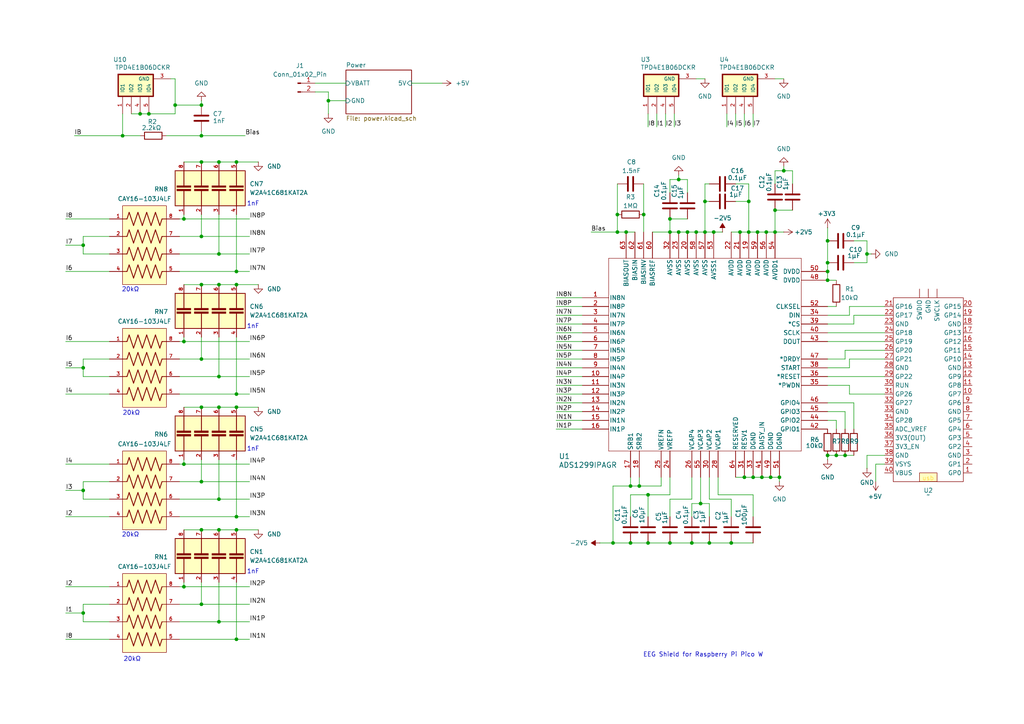
<source format=kicad_sch>
(kicad_sch (version 20231120) (generator "eeschema") (generator_version "8.0")
  (paper "A4")
  (junction (at 53.34 99.06))
  (junction (at 223.52 138.43))
  (junction (at 214.63 67.31))
  (junction (at 182.88 157.48))
  (junction (at 68.58 114.3))
  (junction (at 43.18 33.02))
  (junction (at 53.34 170.18))
  (junction (at 227.33 49.53))
  (junction (at 218.44 138.43))
  (junction (at 205.74 157.48))
  (junction (at 24.13 142.24))
  (junction (at 224.79 67.31))
  (junction (at 199.39 67.31))
  (junction (at 194.31 63.5))
  (junction (at 58.42 82.55))
  (junction (at 24.13 71.12))
  (junction (at 204.47 58.42))
  (junction (at 58.42 68.58))
  (junction (at 251.46 73.66))
  (junction (at 242.57 132.08))
  (junction (at 68.58 118.11))
  (junction (at 204.47 67.31))
  (junction (at 215.9 138.43))
  (junction (at 58.42 46.99))
  (junction (at 181.61 67.31))
  (junction (at 68.58 82.55))
  (junction (at 203.2 146.05))
  (junction (at 40.64 33.02))
  (junction (at 240.03 81.28))
  (junction (at 58.42 118.11))
  (junction (at 187.96 143.51))
  (junction (at 212.09 157.48))
  (junction (at 68.58 185.42))
  (junction (at 196.85 52.07))
  (junction (at 186.69 62.23))
  (junction (at 35.56 39.37))
  (junction (at 58.42 175.26))
  (junction (at 53.34 134.62))
  (junction (at 194.31 67.31))
  (junction (at 63.5 73.66))
  (junction (at 63.5 82.55))
  (junction (at 226.06 138.43))
  (junction (at 24.13 177.8))
  (junction (at 217.17 67.31))
  (junction (at 53.34 63.5))
  (junction (at 185.42 140.97))
  (junction (at 222.25 67.31))
  (junction (at 58.42 39.37))
  (junction (at 63.5 46.99))
  (junction (at 58.42 153.67))
  (junction (at 245.11 132.08))
  (junction (at 24.13 106.68))
  (junction (at 58.42 104.14))
  (junction (at 177.8 157.48))
  (junction (at 58.42 139.7))
  (junction (at 240.03 76.2))
  (junction (at 68.58 153.67))
  (junction (at 240.03 132.08))
  (junction (at 187.96 157.48))
  (junction (at 63.5 118.11))
  (junction (at 95.25 29.21))
  (junction (at 224.79 60.96))
  (junction (at 68.58 78.74))
  (junction (at 68.58 46.99))
  (junction (at 201.93 67.31))
  (junction (at 63.5 144.78))
  (junction (at 219.71 67.31))
  (junction (at 200.66 157.48))
  (junction (at 194.31 157.48))
  (junction (at 217.17 58.42))
  (junction (at 50.8 30.48))
  (junction (at 58.42 30.48))
  (junction (at 240.03 78.74))
  (junction (at 63.5 180.34))
  (junction (at 220.98 138.43))
  (junction (at 179.07 62.23))
  (junction (at 207.01 67.31))
  (junction (at 68.58 149.86))
  (junction (at 196.85 67.31))
  (junction (at 240.03 69.85))
  (junction (at 63.5 109.22))
  (junction (at 182.88 140.97))
  (junction (at 63.5 153.67))
  (junction (at 179.07 67.31))
  (wire (pts (xy 58.42 153.67) (xy 63.5 153.67)))
  (wire (pts (xy 53.34 63.5) (xy 72.39 63.5)))
  (wire (pts (xy 177.8 140.97) (xy 177.8 157.48)))
  (wire (pts (xy 213.36 138.43) (xy 215.9 138.43)))
  (wire (pts (xy 173.99 157.48) (xy 177.8 157.48)))
  (wire (pts (xy 161.29 111.76) (xy 168.91 111.76)))
  (wire (pts (xy 200.66 146.05) (xy 203.2 146.05)))
  (wire (pts (xy 63.5 153.67) (xy 68.58 153.67)))
  (wire (pts (xy 220.98 138.43) (xy 223.52 138.43)))
  (wire (pts (xy 186.69 53.34) (xy 186.69 62.23)))
  (wire (pts (xy 179.07 67.31) (xy 181.61 67.31)))
  (wire (pts (xy 68.58 153.67) (xy 74.93 153.67)))
  (wire (pts (xy 240.03 104.14) (xy 245.11 104.14)))
  (wire (pts (xy 194.31 144.78) (xy 194.31 149.86)))
  (wire (pts (xy 19.05 142.24) (xy 24.13 142.24)))
  (wire (pts (xy 251.46 73.66) (xy 251.46 69.85)))
  (wire (pts (xy 58.42 29.21) (xy 58.42 30.48)))
  (wire (pts (xy 240.03 121.92) (xy 242.57 121.92)))
  (wire (pts (xy 24.13 139.7) (xy 24.13 142.24)))
  (wire (pts (xy 245.11 101.6) (xy 256.54 101.6)))
  (wire (pts (xy 246.38 88.9) (xy 256.54 88.9)))
  (wire (pts (xy 52.07 180.34) (xy 63.5 180.34)))
  (wire (pts (xy 24.13 175.26) (xy 24.13 177.8)))
  (wire (pts (xy 24.13 177.8) (xy 24.13 180.34)))
  (wire (pts (xy 187.96 33.02) (xy 187.96 36.83)))
  (wire (pts (xy 58.42 139.7) (xy 72.39 139.7)))
  (wire (pts (xy 19.05 106.68) (xy 24.13 106.68)))
  (wire (pts (xy 19.05 149.86) (xy 31.75 149.86)))
  (wire (pts (xy 24.13 71.12) (xy 24.13 73.66)))
  (wire (pts (xy 217.17 58.42) (xy 217.17 67.31)))
  (wire (pts (xy 53.34 134.62) (xy 53.34 133.35)))
  (wire (pts (xy 40.64 33.02) (xy 43.18 33.02)))
  (wire (pts (xy 35.56 33.02) (xy 35.56 39.37)))
  (wire (pts (xy 246.38 114.3) (xy 256.54 114.3)))
  (wire (pts (xy 189.23 67.31) (xy 194.31 67.31)))
  (wire (pts (xy 215.9 138.43) (xy 218.44 138.43)))
  (wire (pts (xy 161.29 106.68) (xy 168.91 106.68)))
  (wire (pts (xy 52.07 114.3) (xy 68.58 114.3)))
  (wire (pts (xy 24.13 104.14) (xy 31.75 104.14)))
  (wire (pts (xy 246.38 91.44) (xy 246.38 88.9)))
  (wire (pts (xy 246.38 104.14) (xy 256.54 104.14)))
  (wire (pts (xy 58.42 139.7) (xy 58.42 133.35)))
  (wire (pts (xy 24.13 68.58) (xy 24.13 71.12)))
  (wire (pts (xy 222.25 67.31) (xy 224.79 67.31)))
  (wire (pts (xy 50.8 33.02) (xy 50.8 30.48)))
  (wire (pts (xy 218.44 138.43) (xy 220.98 138.43)))
  (wire (pts (xy 21.59 39.37) (xy 35.56 39.37)))
  (wire (pts (xy 251.46 76.2) (xy 251.46 73.66)))
  (wire (pts (xy 58.42 175.26) (xy 72.39 175.26)))
  (wire (pts (xy 240.03 132.08) (xy 240.03 133.35)))
  (wire (pts (xy 240.03 76.2) (xy 240.03 78.74)))
  (wire (pts (xy 58.42 118.11) (xy 63.5 118.11)))
  (wire (pts (xy 227.33 67.31) (xy 224.79 67.31)))
  (wire (pts (xy 161.29 99.06) (xy 168.91 99.06)))
  (wire (pts (xy 204.47 67.31) (xy 207.01 67.31)))
  (wire (pts (xy 193.04 33.02) (xy 193.04 36.83)))
  (wire (pts (xy 209.55 67.31) (xy 207.01 67.31)))
  (wire (pts (xy 24.13 109.22) (xy 31.75 109.22)))
  (wire (pts (xy 213.36 53.34) (xy 217.17 53.34)))
  (wire (pts (xy 224.79 49.53) (xy 227.33 49.53)))
  (wire (pts (xy 177.8 140.97) (xy 182.88 140.97)))
  (wire (pts (xy 240.03 66.04) (xy 240.03 69.85)))
  (wire (pts (xy 161.29 119.38) (xy 168.91 119.38)))
  (wire (pts (xy 58.42 39.37) (xy 58.42 38.1)))
  (wire (pts (xy 201.93 67.31) (xy 204.47 67.31)))
  (wire (pts (xy 204.47 58.42) (xy 205.74 58.42)))
  (wire (pts (xy 224.79 53.34) (xy 224.79 49.53)))
  (wire (pts (xy 245.11 132.08) (xy 247.65 132.08)))
  (wire (pts (xy 63.5 109.22) (xy 63.5 97.79)))
  (wire (pts (xy 254 134.62) (xy 256.54 134.62)))
  (wire (pts (xy 182.88 157.48) (xy 187.96 157.48)))
  (wire (pts (xy 161.29 96.52) (xy 168.91 96.52)))
  (wire (pts (xy 53.34 134.62) (xy 72.39 134.62)))
  (wire (pts (xy 161.29 88.9) (xy 168.91 88.9)))
  (wire (pts (xy 50.8 22.86) (xy 50.8 30.48)))
  (wire (pts (xy 68.58 185.42) (xy 72.39 185.42)))
  (wire (pts (xy 242.57 81.28) (xy 240.03 81.28)))
  (wire (pts (xy 212.09 67.31) (xy 214.63 67.31)))
  (wire (pts (xy 52.07 73.66) (xy 63.5 73.66)))
  (wire (pts (xy 58.42 104.14) (xy 58.42 97.79)))
  (wire (pts (xy 53.34 170.18) (xy 53.34 168.91)))
  (wire (pts (xy 177.8 157.48) (xy 182.88 157.48)))
  (wire (pts (xy 203.2 138.43) (xy 203.2 146.05)))
  (wire (pts (xy 194.31 55.88) (xy 194.31 52.07)))
  (wire (pts (xy 161.29 93.98) (xy 168.91 93.98)))
  (wire (pts (xy 24.13 68.58) (xy 31.75 68.58)))
  (wire (pts (xy 43.18 33.02) (xy 50.8 33.02)))
  (wire (pts (xy 191.77 138.43) (xy 191.77 140.97)))
  (wire (pts (xy 181.61 67.31) (xy 184.15 67.31)))
  (wire (pts (xy 161.29 124.46) (xy 168.91 124.46)))
  (wire (pts (xy 52.07 175.26) (xy 58.42 175.26)))
  (wire (pts (xy 240.03 106.68) (xy 246.38 106.68)))
  (wire (pts (xy 68.58 185.42) (xy 68.58 168.91)))
  (wire (pts (xy 208.28 143.51) (xy 218.44 143.51)))
  (wire (pts (xy 161.29 86.36) (xy 168.91 86.36)))
  (wire (pts (xy 187.96 143.51) (xy 187.96 149.86)))
  (wire (pts (xy 52.07 144.78) (xy 63.5 144.78)))
  (wire (pts (xy 68.58 118.11) (xy 74.93 118.11)))
  (wire (pts (xy 251.46 73.66) (xy 252.73 73.66)))
  (wire (pts (xy 200.66 144.78) (xy 194.31 144.78)))
  (wire (pts (xy 240.03 91.44) (xy 246.38 91.44)))
  (wire (pts (xy 246.38 111.76) (xy 246.38 114.3)))
  (wire (pts (xy 63.5 144.78) (xy 63.5 133.35)))
  (wire (pts (xy 200.66 138.43) (xy 200.66 144.78)))
  (wire (pts (xy 217.17 58.42) (xy 213.36 58.42)))
  (wire (pts (xy 212.09 144.78) (xy 212.09 149.86)))
  (wire (pts (xy 35.56 39.37) (xy 40.64 39.37)))
  (wire (pts (xy 24.13 144.78) (xy 31.75 144.78)))
  (wire (pts (xy 58.42 175.26) (xy 58.42 168.91)))
  (wire (pts (xy 119.38 24.13) (xy 128.27 24.13)))
  (wire (pts (xy 58.42 82.55) (xy 63.5 82.55)))
  (wire (pts (xy 95.25 29.21) (xy 100.33 29.21)))
  (wire (pts (xy 251.46 69.85) (xy 247.65 69.85)))
  (wire (pts (xy 52.07 68.58) (xy 58.42 68.58)))
  (wire (pts (xy 63.5 180.34) (xy 63.5 168.91)))
  (wire (pts (xy 186.69 62.23) (xy 186.69 67.31)))
  (wire (pts (xy 161.29 109.22) (xy 168.91 109.22)))
  (wire (pts (xy 187.96 157.48) (xy 194.31 157.48)))
  (wire (pts (xy 53.34 99.06) (xy 72.39 99.06)))
  (wire (pts (xy 194.31 63.5) (xy 194.31 67.31)))
  (wire (pts (xy 19.05 63.5) (xy 31.75 63.5)))
  (wire (pts (xy 48.26 39.37) (xy 58.42 39.37)))
  (wire (pts (xy 242.57 121.92) (xy 242.57 124.46)))
  (wire (pts (xy 247.65 93.98) (xy 247.65 91.44)))
  (wire (pts (xy 190.5 33.02) (xy 190.5 36.83)))
  (wire (pts (xy 68.58 149.86) (xy 68.58 133.35)))
  (wire (pts (xy 240.03 78.74) (xy 240.03 81.28)))
  (wire (pts (xy 68.58 46.99) (xy 74.93 46.99)))
  (wire (pts (xy 182.88 140.97) (xy 185.42 140.97)))
  (wire (pts (xy 38.1 33.02) (xy 40.64 33.02)))
  (wire (pts (xy 203.2 146.05) (xy 205.74 146.05)))
  (wire (pts (xy 240.03 119.38) (xy 245.11 119.38)))
  (wire (pts (xy 63.5 46.99) (xy 68.58 46.99)))
  (wire (pts (xy 52.07 99.06) (xy 53.34 99.06)))
  (wire (pts (xy 223.52 138.43) (xy 226.06 138.43)))
  (wire (pts (xy 24.13 73.66) (xy 31.75 73.66)))
  (wire (pts (xy 58.42 104.14) (xy 72.39 104.14)))
  (wire (pts (xy 245.11 119.38) (xy 245.11 124.46)))
  (wire (pts (xy 247.65 116.84) (xy 247.65 124.46)))
  (wire (pts (xy 52.07 104.14) (xy 58.42 104.14)))
  (wire (pts (xy 256.54 132.08) (xy 251.46 132.08)))
  (wire (pts (xy 171.45 67.31) (xy 179.07 67.31)))
  (wire (pts (xy 204.47 53.34) (xy 204.47 58.42)))
  (wire (pts (xy 194.31 63.5) (xy 199.39 63.5)))
  (wire (pts (xy 53.34 170.18) (xy 72.39 170.18)))
  (wire (pts (xy 182.88 138.43) (xy 182.88 140.97)))
  (wire (pts (xy 229.87 49.53) (xy 229.87 53.34)))
  (wire (pts (xy 52.07 149.86) (xy 68.58 149.86)))
  (wire (pts (xy 199.39 52.07) (xy 199.39 55.88)))
  (wire (pts (xy 53.34 153.67) (xy 58.42 153.67)))
  (wire (pts (xy 205.74 138.43) (xy 205.74 144.78)))
  (wire (pts (xy 240.03 111.76) (xy 246.38 111.76)))
  (wire (pts (xy 68.58 149.86) (xy 72.39 149.86)))
  (wire (pts (xy 185.42 140.97) (xy 191.77 140.97)))
  (wire (pts (xy 63.5 82.55) (xy 68.58 82.55)))
  (wire (pts (xy 201.93 22.86) (xy 204.47 22.86)))
  (wire (pts (xy 52.07 78.74) (xy 68.58 78.74)))
  (wire (pts (xy 212.09 157.48) (xy 218.44 157.48)))
  (wire (pts (xy 95.25 29.21) (xy 95.25 26.67)))
  (wire (pts (xy 240.03 132.08) (xy 242.57 132.08)))
  (wire (pts (xy 205.74 144.78) (xy 212.09 144.78)))
  (wire (pts (xy 213.36 33.02) (xy 213.36 36.83)))
  (wire (pts (xy 19.05 78.74) (xy 31.75 78.74)))
  (wire (pts (xy 204.47 53.34) (xy 205.74 53.34)))
  (wire (pts (xy 52.07 139.7) (xy 58.42 139.7)))
  (wire (pts (xy 68.58 114.3) (xy 72.39 114.3)))
  (wire (pts (xy 68.58 78.74) (xy 68.58 62.23)))
  (wire (pts (xy 194.31 143.51) (xy 187.96 143.51)))
  (wire (pts (xy 68.58 78.74) (xy 72.39 78.74)))
  (wire (pts (xy 71.12 39.37) (xy 58.42 39.37)))
  (wire (pts (xy 208.28 138.43) (xy 208.28 143.51)))
  (wire (pts (xy 240.03 69.85) (xy 240.03 76.2)))
  (wire (pts (xy 24.13 180.34) (xy 31.75 180.34)))
  (wire (pts (xy 24.13 175.26) (xy 31.75 175.26)))
  (wire (pts (xy 95.25 33.02) (xy 95.25 29.21)))
  (wire (pts (xy 19.05 177.8) (xy 24.13 177.8)))
  (wire (pts (xy 194.31 138.43) (xy 194.31 143.51)))
  (wire (pts (xy 53.34 99.06) (xy 53.34 97.79)))
  (wire (pts (xy 19.05 99.06) (xy 31.75 99.06)))
  (wire (pts (xy 53.34 46.99) (xy 58.42 46.99)))
  (wire (pts (xy 161.29 116.84) (xy 168.91 116.84)))
  (wire (pts (xy 161.29 114.3) (xy 168.91 114.3)))
  (wire (pts (xy 63.5 180.34) (xy 72.39 180.34)))
  (wire (pts (xy 50.8 30.48) (xy 58.42 30.48)))
  (wire (pts (xy 161.29 101.6) (xy 168.91 101.6)))
  (wire (pts (xy 240.03 93.98) (xy 247.65 93.98)))
  (wire (pts (xy 204.47 58.42) (xy 204.47 67.31)))
  (wire (pts (xy 58.42 68.58) (xy 58.42 62.23)))
  (wire (pts (xy 182.88 149.86) (xy 182.88 143.51)))
  (wire (pts (xy 199.39 67.31) (xy 201.93 67.31)))
  (wire (pts (xy 254 139.7) (xy 254 134.62)))
  (wire (pts (xy 240.03 96.52) (xy 256.54 96.52)))
  (wire (pts (xy 224.79 60.96) (xy 229.87 60.96)))
  (wire (pts (xy 95.25 26.67) (xy 91.44 26.67)))
  (wire (pts (xy 205.74 146.05) (xy 205.74 149.86)))
  (wire (pts (xy 205.74 157.48) (xy 212.09 157.48)))
  (wire (pts (xy 247.65 91.44) (xy 256.54 91.44)))
  (wire (pts (xy 68.58 114.3) (xy 68.58 97.79)))
  (wire (pts (xy 194.31 157.48) (xy 200.66 157.48)))
  (wire (pts (xy 52.07 185.42) (xy 68.58 185.42)))
  (wire (pts (xy 91.44 24.13) (xy 100.33 24.13)))
  (wire (pts (xy 19.05 170.18) (xy 31.75 170.18)))
  (wire (pts (xy 215.9 33.02) (xy 215.9 36.83)))
  (wire (pts (xy 196.85 50.8) (xy 196.85 52.07)))
  (wire (pts (xy 161.29 104.14) (xy 168.91 104.14)))
  (wire (pts (xy 161.29 121.92) (xy 168.91 121.92)))
  (wire (pts (xy 247.65 76.2) (xy 251.46 76.2)))
  (wire (pts (xy 24.13 142.24) (xy 24.13 144.78)))
  (wire (pts (xy 240.03 109.22) (xy 256.54 109.22)))
  (wire (pts (xy 68.58 82.55) (xy 74.93 82.55)))
  (wire (pts (xy 217.17 67.31) (xy 219.71 67.31)))
  (wire (pts (xy 19.05 185.42) (xy 31.75 185.42)))
  (wire (pts (xy 52.07 134.62) (xy 53.34 134.62)))
  (wire (pts (xy 227.33 48.26) (xy 227.33 49.53)))
  (wire (pts (xy 53.34 118.11) (xy 58.42 118.11)))
  (wire (pts (xy 52.07 109.22) (xy 63.5 109.22)))
  (wire (pts (xy 161.29 91.44) (xy 168.91 91.44)))
  (wire (pts (xy 179.07 62.23) (xy 179.07 67.31)))
  (wire (pts (xy 196.85 67.31) (xy 199.39 67.31)))
  (wire (pts (xy 179.07 53.34) (xy 179.07 62.23)))
  (wire (pts (xy 19.05 71.12) (xy 24.13 71.12)))
  (wire (pts (xy 245.11 104.14) (xy 245.11 101.6)))
  (wire (pts (xy 49.53 22.86) (xy 50.8 22.86)))
  (wire (pts (xy 63.5 118.11) (xy 68.58 118.11)))
  (wire (pts (xy 219.71 67.31) (xy 222.25 67.31)))
  (wire (pts (xy 63.5 73.66) (xy 63.5 62.23)))
  (wire (pts (xy 217.17 67.31) (xy 214.63 67.31)))
  (wire (pts (xy 240.03 116.84) (xy 247.65 116.84)))
  (wire (pts (xy 185.42 138.43) (xy 185.42 140.97)))
  (wire (pts (xy 196.85 52.07) (xy 199.39 52.07)))
  (wire (pts (xy 200.66 149.86) (xy 200.66 146.05)))
  (wire (pts (xy 224.79 22.86) (xy 227.33 22.86)))
  (wire (pts (xy 58.42 46.99) (xy 63.5 46.99)))
  (wire (pts (xy 242.57 88.9) (xy 240.03 88.9)))
  (wire (pts (xy 63.5 144.78) (xy 72.39 144.78)))
  (wire (pts (xy 242.57 132.08) (xy 245.11 132.08)))
  (wire (pts (xy 217.17 53.34) (xy 217.17 58.42)))
  (wire (pts (xy 200.66 157.48) (xy 205.74 157.48)))
  (wire (pts (xy 227.33 49.53) (xy 229.87 49.53)))
  (wire (pts (xy 224.79 60.96) (xy 224.79 67.31)))
  (wire (pts (xy 194.31 67.31) (xy 196.85 67.31)))
  (wire (pts (xy 251.46 132.08) (xy 251.46 135.89)))
  (wire (pts (xy 24.13 104.14) (xy 24.13 106.68)))
  (wire (pts (xy 58.42 68.58) (xy 72.39 68.58)))
  (wire (pts (xy 63.5 73.66) (xy 72.39 73.66)))
  (wire (pts (xy 63.5 109.22) (xy 72.39 109.22)))
  (wire (pts (xy 53.34 82.55) (xy 58.42 82.55)))
  (wire (pts (xy 240.03 99.06) (xy 256.54 99.06)))
  (wire (pts (xy 19.05 134.62) (xy 31.75 134.62)))
  (wire (pts (xy 53.34 63.5) (xy 53.34 62.23)))
  (wire (pts (xy 182.88 143.51) (xy 187.96 143.51)))
  (wire (pts (xy 19.05 114.3) (xy 31.75 114.3)))
  (wire (pts (xy 218.44 143.51) (xy 218.44 149.86)))
  (wire (pts (xy 226.06 139.7) (xy 226.06 138.43)))
  (wire (pts (xy 246.38 106.68) (xy 246.38 104.14)))
  (wire (pts (xy 24.13 139.7) (xy 31.75 139.7)))
  (wire (pts (xy 218.44 33.02) (xy 218.44 36.83)))
  (wire (pts (xy 194.31 52.07) (xy 196.85 52.07)))
  (wire (pts (xy 24.13 106.68) (xy 24.13 109.22)))
  (wire (pts (xy 195.58 33.02) (xy 195.58 36.83)))
  (wire (pts (xy 210.82 33.02) (xy 210.82 36.83)))
  (wire (pts (xy 52.07 170.18) (xy 53.34 170.18)))
  (wire (pts (xy 52.07 63.5) (xy 53.34 63.5)))
  (text "20kΩ" (at 37.846 155.194 0) (effects (font (size 1.27 1.27))))
  (text "1nF" (at 73.406 94.742 0) (effects (font (size 1.27 1.27))))
  (text "20kΩ" (at 37.846 84.074 0) (effects (font (size 1.27 1.27))))
  (text "1nF" (at 73.406 59.182 0) (effects (font (size 1.27 1.27))))
  (text "20kΩ" (at 38.354 191.262 0) (effects (font (size 1.27 1.27))))
  (text "20kΩ" (at 38.1 119.888 0) (effects (font (size 1.27 1.27))))
  (text "EEG Shield for Raspberry Pi Pico W" (at 203.962 189.992 0) (effects (font (size 1.27 1.27))))
  (text "1nF" (at 73.406 130.302 0) (effects (font (size 1.27 1.27))))
  (text "1nF" (at 73.406 165.862 0) (effects (font (size 1.27 1.27))))
  (label "I1" (at 19.05 177.8 0))
  (label "IN1P" (at 72.39 180.34 0))
  (label "I2" (at 193.04 36.83 0))
  (label "IN1N" (at 72.39 185.42 0))
  (label "IN5P" (at 72.39 109.22 0))
  (label "I8" (at 19.05 185.42 0))
  (label "I6" (at 19.05 99.06 0))
  (label "I6" (at 19.05 78.74 0))
  (label "I1" (at 190.5 36.83 0))
  (label "IN4N" (at 72.39 139.7 0))
  (label "IN2P" (at 161.29 119.38 0))
  (label "IN3N" (at 72.39 149.86 0))
  (label "IN1P" (at 161.29 124.46 0))
  (label "IN4P" (at 72.39 134.62 0))
  (label "IN5P" (at 161.29 104.14 0))
  (label "I4" (at 19.05 134.62 0))
  (label "I6" (at 215.9 36.83 0))
  (label "IN7P" (at 72.39 73.66 0))
  (label "I3" (at 19.05 142.24 0))
  (label "IN4P" (at 161.29 109.22 0))
  (label "I5" (at 19.05 106.68 0))
  (label "IN6N" (at 161.29 96.52 0))
  (label "I2" (at 19.05 170.18 0))
  (label "I7" (at 19.05 71.12 0))
  (label "I5" (at 213.36 36.83 0))
  (label "IN8N" (at 72.39 68.58 0))
  (label "IN2N" (at 161.29 116.84 0))
  (label "IN6N" (at 72.39 104.14 0))
  (label "IN2N" (at 72.39 175.26 0))
  (label "IN8P" (at 161.29 88.9 0))
  (label "Bias" (at 71.12 39.37 0))
  (label "IN2P" (at 72.39 170.18 0))
  (label "IB" (at 21.59 39.37 0))
  (label "IN8N" (at 161.29 86.36 0))
  (label "IN7N" (at 72.39 78.74 0))
  (label "IN5N" (at 161.29 101.6 0))
  (label "IN7N" (at 161.29 91.44 0))
  (label "I2" (at 19.05 149.86 0))
  (label "Bias" (at 171.45 67.31 0))
  (label "IN7P" (at 161.29 93.98 0))
  (label "IN3P" (at 161.29 114.3 0))
  (label "I4" (at 19.05 114.3 0))
  (label "IN6P" (at 72.39 99.06 0))
  (label "I3" (at 195.58 36.83 0))
  (label "I4" (at 210.82 36.83 0))
  (label "IN3N" (at 161.29 111.76 0))
  (label "IN1N" (at 161.29 121.92 0))
  (label "IN6P" (at 161.29 99.06 0))
  (label "IN5N" (at 72.39 114.3 0))
  (label "IN3P" (at 72.39 144.78 0))
  (label "I8" (at 19.05 63.5 0))
  (label "I8" (at 187.96 36.83 0))
  (label "I7" (at 218.44 36.83 0))
  (label "IN4N" (at 161.29 106.68 0))
  (label "IN8P" (at 72.39 63.5 0))
  (symbol (lib_id "Device:C") (at 224.79 57.15 180) (unit 1)
    (property "Reference" "C12" (at 220.98 52.832 90))
    (property "Value" "0.1µF " (at 223.012 52.324 90))
    (property "Description" "Unpolarized capacitor" (effects (hide yes)))
  )
  (symbol (lib_id "Device:C") (at 194.31 153.67 0) (unit 1)
    (property "Reference" "C5" (at 191.008 149.86 90))
    (property "Value" "1µF " (at 192.786 149.606 90))
    (property "Description" "Unpolarized capacitor" (effects (hide yes)))
  )
  (symbol (lib_id "custom_lib:CAY16-103J4LF") (at 41.91 71.12 0) (unit 1)
    (property "Reference" "RN8" (at 46.736 54.864 0))
    (property "Value" "CAY16-103J4LF" (at 41.91 57.658 0))
    (property "Footprint" "CAY16-103J4LF:RESCAF80P320X160X60-8N" (effects (hide yes)))
    (property "Description" "75 Ohm ±5% 62.5mW Power Per Element Isolated Resistor Network/Array ±200ppm/°C 1206 (3216 Metric), Convex, Long Side Terminals" (effects (hide yes)))
    (property "MF" "Bourns" (effects (hide yes)))
    (property "MOUSER-PURCHASE-URL" "https://snapeda.com/shop?store=Mouser&id=1382804" (effects (hide yes)))
    (property "PACKAGE" "1206 Bourns" (effects (hide yes)))
    (property "PRICE" "None" (effects (hide yes)))
    (property "Package" "NON STANDARD-8 Bourns" (effects (hide yes)))
    (property "Check_prices" "https://www.snapeda.com/parts/CAY16-103J4LF/Bourns+-+J.W.+Miller/view-part/?ref=eda" (effects (hide yes)))
    (property "Price" "None" (effects (hide yes)))
    (property "SnapEDA_Link" "https://www.snapeda.com/parts/CAY16-103J4LF/Bourns+-+J.W.+Miller/view-part/?ref=snap" (effects (hide yes)))
    (property "MP" "CAY16-103J4LF" (effects (hide yes)))
    (property "DIGIKEY-PURCHASE-URL" "https://snapeda.com/shop?store=DigiKey&id=1382804" (effects (hide yes)))
    (property "Purchase-URL" "https://www.snapeda.com/api/url_track_click_mouser/?unipart_id=47136&manufacturer=Bourns&part_name=CAY16-103J4LF&search_term=None" (effects (hide yes)))
    (property "Availability" "In Stock" (effects (hide yes)))
    (property "AVAILABILITY" "Good" (effects (hide yes)))
    (property "Description_1" "\nResistor, Chip Array,10 Kilohms,62 mW,+ 5%,50 V (Max.) | Bourns CAY16-103J4LF\n" (effects (hide yes)))
  )
  (symbol (lib_id "power:GND") (at 226.06 139.7 0) (unit 1)
    (property "Reference" "#PWR01" (effects (hide yes)))
    (property "Value" "GND" (at 226.06 144.78 0))
    (property "Description" "Power symbol creates a global label with name \"GND\" , ground" (effects (hide yes)))
  )
  (symbol (lib_id "custom_lib:W2A41C681KAT2A") (at 60.96 90.17 90) (unit 1)
    (property "Reference" "CN6" (at 72.39 88.8999 90) (effects (justify right)))
    (property "Value" "W2A41C681KAT2A" (at 72.39 91.4399 90) (effects (justify right)))
    (property "Footprint" "W2A41C681KAT2A:CAPCAXE50P210X130X94-8N" (effects (hide yes)))
    (property "MF" "AVX" (effects (hide yes)))
    (property "Description_1" "\n680pF Isolated Capacitor 4 Array 100 V X7R 0508 (1220 Metric)\n" (effects (hide yes)))
    (property "Package" "0508 AVX" (effects (hide yes)))
    (property "Price" "None" (effects (hide yes)))
    (property "Check_prices" "https://www.snapeda.com/parts/W2A41C681KAT2A/AVX/view-part/?ref=eda" (effects (hide yes)))
    (property "STANDARD" "IPC 7351B" (effects (hide yes)))
    (property "SnapEDA_Link" "https://www.snapeda.com/parts/W2A41C681KAT2A/AVX/view-part/?ref=snap" (effects (hide yes)))
    (property "MP" "W2A41C681KAT2A" (effects (hide yes)))
    (property "Availability" "In Stock" (effects (hide yes)))
    (property "MANUFACTURER" "AVX" (effects (hide yes)))
  )
  (symbol (lib_id "Device:R") (at 44.45 39.37 270) (unit 1)
    (property "Reference" "R2" (at 44.196 35.306 90))
    (property "Value" "2.2kΩ" (at 43.942 37.084 90))
    (property "Description" "Resistor" (effects (hide yes)))
  )
  (symbol (lib_id "power:GND") (at 227.33 48.26 180) (unit 1)
    (property "Reference" "#PWR010" (effects (hide yes)))
    (property "Value" "GND" (at 227.33 43.18 0))
    (property "Description" "Power symbol creates a global label with name \"GND\" , ground" (effects (hide yes)))
  )
  (symbol (lib_id "Device:C") (at 218.44 153.67 0) (unit 1)
    (property "Reference" "C1" (at 214.122 148.844 90))
    (property "Value" "100µF " (at 215.9 148.844 90))
    (property "Description" "Unpolarized capacitor" (effects (hide yes)))
  )
  (symbol (lib_id "power:GND") (at 227.33 22.86 0) (unit 1)
    (property "Reference" "#PWR036" (effects (hide yes)))
    (property "Value" "GND" (at 227.33 27.94 0))
    (property "Description" "Power symbol creates a global label with name \"GND\" , ground" (effects (hide yes)))
  )
  (symbol (lib_id "power:+5V") (at 128.27 24.13 270) (unit 1)
    (property "Reference" "#PWR015" (effects (hide yes)))
    (property "Value" "+5V" (at 132.08 24.1299 90) (effects (justify left)))
    (property "Description" "Power symbol creates a global label with name \"+5V\"" (effects (hide yes)))
  )
  (symbol (lib_id "custom_lib:W2A41C681KAT2A") (at 60.96 161.29 90) (unit 1)
    (property "Reference" "CN1" (at 72.39 160.0199 90) (effects (justify right)))
    (property "Value" "W2A41C681KAT2A" (at 72.39 162.5599 90) (effects (justify right)))
    (property "Footprint" "W2A41C681KAT2A:CAPCAXE50P210X130X94-8N" (effects (hide yes)))
    (property "MF" "AVX" (effects (hide yes)))
    (property "Description_1" "\n680pF Isolated Capacitor 4 Array 100 V X7R 0508 (1220 Metric)\n" (effects (hide yes)))
    (property "Package" "0508 AVX" (effects (hide yes)))
    (property "Price" "None" (effects (hide yes)))
    (property "Check_prices" "https://www.snapeda.com/parts/W2A41C681KAT2A/AVX/view-part/?ref=eda" (effects (hide yes)))
    (property "STANDARD" "IPC 7351B" (effects (hide yes)))
    (property "SnapEDA_Link" "https://www.snapeda.com/parts/W2A41C681KAT2A/AVX/view-part/?ref=snap" (effects (hide yes)))
    (property "MP" "W2A41C681KAT2A" (effects (hide yes)))
    (property "Availability" "In Stock" (effects (hide yes)))
    (property "MANUFACTURER" "AVX" (effects (hide yes)))
  )
  (symbol (lib_id "power:+5V") (at 254 139.7 180) (unit 1)
    (property "Reference" "#PWR017" (effects (hide yes)))
    (property "Value" "+5V" (at 253.746 144.018 0))
    (property "Description" "Power symbol creates a global label with name \"+5V\"" (effects (hide yes)))
  )
  (symbol (lib_id "Device:C") (at 182.88 53.34 270) (unit 1)
    (property "Reference" "C8" (at 183.134 46.99 90))
    (property "Value" "1.5nF" (at 183.134 49.53 90))
    (property "Description" "Unpolarized capacitor" (effects (hide yes)))
  )
  (symbol (lib_id "power:+3V3") (at 240.03 66.04 0) (unit 1)
    (property "Reference" "#PWR02" (effects (hide yes)))
    (property "Value" "+3V3" (at 239.776 61.976 0))
    (property "Description" "Power symbol creates a global label with name \"+3V3\"" (effects (hide yes)))
  )
  (symbol (lib_id "custom_lib:W2A41C681KAT2A") (at 60.96 125.73 90) (unit 1)
    (property "Reference" "CN5" (at 72.39 124.4599 90) (effects (justify right)))
    (property "Value" "W2A41C681KAT2A" (at 72.39 126.9999 90) (effects (justify right)))
    (property "Footprint" "W2A41C681KAT2A:CAPCAXE50P210X130X94-8N" (effects (hide yes)))
    (property "MF" "AVX" (effects (hide yes)))
    (property "Description_1" "\n680pF Isolated Capacitor 4 Array 100 V X7R 0508 (1220 Metric)\n" (effects (hide yes)))
    (property "Package" "0508 AVX" (effects (hide yes)))
    (property "Price" "None" (effects (hide yes)))
    (property "Check_prices" "https://www.snapeda.com/parts/W2A41C681KAT2A/AVX/view-part/?ref=eda" (effects (hide yes)))
    (property "STANDARD" "IPC 7351B" (effects (hide yes)))
    (property "SnapEDA_Link" "https://www.snapeda.com/parts/W2A41C681KAT2A/AVX/view-part/?ref=snap" (effects (hide yes)))
    (property "MP" "W2A41C681KAT2A" (effects (hide yes)))
    (property "Availability" "In Stock" (effects (hide yes)))
    (property "MANUFACTURER" "AVX" (effects (hide yes)))
  )
  (symbol (lib_id "custom_lib:CAY16-103J4LF") (at 41.91 106.68 0) (unit 1)
    (property "Reference" "RN7" (at 46.736 90.424 0))
    (property "Value" "CAY16-103J4LF" (at 41.91 93.218 0))
    (property "Footprint" "CAY16-103J4LF:RESCAF80P320X160X60-8N" (effects (hide yes)))
    (property "Description" "75 Ohm ±5% 62.5mW Power Per Element Isolated Resistor Network/Array ±200ppm/°C 1206 (3216 Metric), Convex, Long Side Terminals" (effects (hide yes)))
    (property "MF" "Bourns" (effects (hide yes)))
    (property "MOUSER-PURCHASE-URL" "https://snapeda.com/shop?store=Mouser&id=1382804" (effects (hide yes)))
    (property "PACKAGE" "1206 Bourns" (effects (hide yes)))
    (property "PRICE" "None" (effects (hide yes)))
    (property "Package" "NON STANDARD-8 Bourns" (effects (hide yes)))
    (property "Check_prices" "https://www.snapeda.com/parts/CAY16-103J4LF/Bourns+-+J.W.+Miller/view-part/?ref=eda" (effects (hide yes)))
    (property "Price" "None" (effects (hide yes)))
    (property "SnapEDA_Link" "https://www.snapeda.com/parts/CAY16-103J4LF/Bourns+-+J.W.+Miller/view-part/?ref=snap" (effects (hide yes)))
    (property "MP" "CAY16-103J4LF" (effects (hide yes)))
    (property "DIGIKEY-PURCHASE-URL" "https://snapeda.com/shop?store=DigiKey&id=1382804" (effects (hide yes)))
    (property "Purchase-URL" "https://www.snapeda.com/api/url_track_click_mouser/?unipart_id=47136&manufacturer=Bourns&part_name=CAY16-103J4LF&search_term=None" (effects (hide yes)))
    (property "Availability" "In Stock" (effects (hide yes)))
    (property "AVAILABILITY" "Good" (effects (hide yes)))
    (property "Description_1" "\nResistor, Chip Array,10 Kilohms,62 mW,+ 5%,50 V (Max.) | Bourns CAY16-103J4LF\n" (effects (hide yes)))
  )
  (symbol (lib_id "custom_lib:W2A41C681KAT2A") (at 60.96 54.61 90) (unit 1)
    (property "Reference" "CN7" (at 72.39 53.3399 90) (effects (justify right)))
    (property "Value" "W2A41C681KAT2A" (at 72.39 55.8799 90) (effects (justify right)))
    (property "Footprint" "W2A41C681KAT2A:CAPCAXE50P210X130X94-8N" (effects (hide yes)))
    (property "MF" "AVX" (effects (hide yes)))
    (property "Description_1" "\n680pF Isolated Capacitor 4 Array 100 V X7R 0508 (1220 Metric)\n" (effects (hide yes)))
    (property "Package" "0508 AVX" (effects (hide yes)))
    (property "Price" "None" (effects (hide yes)))
    (property "Check_prices" "https://www.snapeda.com/parts/W2A41C681KAT2A/AVX/view-part/?ref=eda" (effects (hide yes)))
    (property "STANDARD" "IPC 7351B" (effects (hide yes)))
    (property "SnapEDA_Link" "https://www.snapeda.com/parts/W2A41C681KAT2A/AVX/view-part/?ref=snap" (effects (hide yes)))
    (property "MP" "W2A41C681KAT2A" (effects (hide yes)))
    (property "Availability" "In Stock" (effects (hide yes)))
    (property "MANUFACTURER" "AVX" (effects (hide yes)))
  )
  (symbol (lib_id "Device:R") (at 240.03 128.27 0) (unit 1)
    (property "Reference" "R6" (at 234.95 127.508 0) (effects (justify left)))
    (property "Value" "10kΩ" (at 233.68 129.286 0) (effects (justify left)))
    (property "Description" "Resistor" (effects (hide yes)))
  )
  (symbol (lib_id "power:GND") (at 74.93 82.55 0) (unit 1)
    (property "Reference" "#PWR039" (effects (hide yes)))
    (property "Value" "GND" (at 77.47 83.8199 0) (effects (justify left)))
    (property "Description" "Power symbol creates a global label with name \"GND\" , ground" (effects (hide yes)))
  )
  (symbol (lib_id "power:GND") (at 95.25 33.02 0) (unit 1)
    (property "Reference" "#PWR012" (effects (hide yes)))
    (property "Value" "GND" (at 95.25 38.1 0))
    (property "Description" "Power symbol creates a global label with name \"GND\" , ground" (effects (hide yes)))
  )
  (symbol (lib_id "Device:C") (at 200.66 153.67 180) (unit 1)
    (property "Reference" "C4" (at 196.85 149.352 90))
    (property "Value" "0.1µF " (at 198.882 148.844 90))
    (property "Description" "Unpolarized capacitor" (effects (hide yes)))
  )
  (symbol (lib_id "Device:C") (at 212.09 153.67 0) (unit 1)
    (property "Reference" "C2" (at 208.28 149.606 90))
    (property "Value" "1µF " (at 210.312 149.606 90))
    (property "Description" "Unpolarized capacitor" (effects (hide yes)))
  )
  (symbol (lib_id "Device:R") (at 242.57 85.09 0) (unit 1)
    (property "Reference" "R1" (at 245.11 83.8199 0) (effects (justify left)))
    (property "Value" "10kΩ" (at 243.84 86.36 0) (effects (justify left)))
    (property "Description" "Resistor" (effects (hide yes)))
  )
  (symbol (lib_id "power:GND") (at 240.03 133.35 0) (unit 1)
    (property "Reference" "#PWR06" (effects (hide yes)))
    (property "Value" "GND" (at 240.03 138.43 0))
    (property "Description" "Power symbol creates a global label with name \"GND\" , ground" (effects (hide yes)))
  )
  (symbol (lib_id "ads199:ADS1299IPAGR") (at 168.91 39.37 0) (unit 1)
    (property "Reference" "U1" (at 162.052 132.334 0) (effects (font (size 1.524 1.524)) (justify left)))
    (property "Value" "ADS1299IPAGR" (at 162.052 134.874 0) (effects (font (size 1.524 1.524)) (justify left)))
    (property "Footprint" "PAG64_TEX" (effects (hide yes)))
    (property "Datasheet" "ADS1299IPAGR" (effects (hide yes)))
  )
  (symbol (lib_id "power:GND") (at 196.85 50.8 180) (unit 1)
    (property "Reference" "#PWR011" (effects (hide yes)))
    (property "Value" "GND" (at 196.85 45.72 0))
    (property "Description" "Power symbol creates a global label with name \"GND\" , ground" (effects (hide yes)))
  )
  (symbol (lib_id "power:-2V5") (at 173.99 157.48 90) (unit 1)
    (property "Reference" "#PWR024" (effects (hide yes)))
    (property "Value" "-2V5" (at 167.894 157.48 90))
    (property "Description" "Power symbol creates a global label with name \"-2V5\"" (effects (hide yes)))
  )
  (symbol (lib_id "Device:C") (at 199.39 59.69 180) (unit 1)
    (property "Reference" "C15" (at 195.58 55.372 90))
    (property "Value" "1µF " (at 197.358 55.372 90))
    (property "Description" "Unpolarized capacitor" (effects (hide yes)))
  )
  (symbol (lib_id "Device:C") (at 209.55 53.34 90) (unit 1)
    (property "Reference" "C16" (at 213.868 49.53 90))
    (property "Value" "0.1µF " (at 214.376 51.562 90))
    (property "Description" "Unpolarized capacitor" (effects (hide yes)))
  )
  (symbol (lib_id "Device:C") (at 209.55 58.42 90) (unit 1)
    (property "Reference" "C17" (at 213.868 54.61 90))
    (property "Value" "1µF " (at 213.868 56.388 90))
    (property "Description" "Unpolarized capacitor" (effects (hide yes)))
  )
  (symbol (lib_id "Device:C") (at 58.42 34.29 0) (unit 1)
    (property "Reference" "C7" (at 61.722 33.02 0) (effects (justify left)))
    (property "Value" "1nF" (at 61.722 35.052 0) (effects (justify left)))
    (property "Description" "Unpolarized capacitor" (effects (hide yes)))
  )
  (symbol (lib_id "Device:C") (at 182.88 153.67 180) (unit 1)
    (property "Reference" "C11" (at 179.07 149.352 90))
    (property "Value" "0.1µF " (at 181.102 148.844 90))
    (property "Description" "Unpolarized capacitor" (effects (hide yes)))
  )
  (symbol (lib_name "TPD4E1B06DCKR_1") (lib_id "custom_lib:TPD4E1B06DCKR") (at 222.25 29.21 0) (unit 1)
    (property "Reference" "U4" (at 210.058 17.272 0))
    (property "Value" "TPD4E1B06DCKR" (at 216.662 19.558 0))
    (property "Footprint" "TPD4E1B06DCKR:SOT65P210X110-6N" (effects (hide yes)))
    (property "MF" "Texas Instruments" (effects (hide yes)))
    (property "Description_1" "\nQuad 0.7-pF, ±5.5-V, ±12-kV ESD protection diode with 0.5-nA max leakage in SOT & SC70 packages\n" (effects (hide yes)))
    (property "Package" "SOT-SC70-6 Texas Instruments" (effects (hide yes)))
    (property "Price" "None" (effects (hide yes)))
    (property "SnapEDA_Link" "https://www.snapeda.com/parts/TPD4E1B06DCKR/Texas+Instruments/view-part/?ref=snap" (effects (hide yes)))
    (property "MP" "TPD4E1B06DCKR" (effects (hide yes)))
    (property "Purchase-URL" "https://www.snapeda.com/api/url_track_click_mouser/?unipart_id=46121&manufacturer=Texas Instruments&part_name=TPD4E1B06DCKR&search_term=None" (effects (hide yes)))
    (property "Availability" "In Stock" (effects (hide yes)))
    (property "Check_prices" "https://www.snapeda.com/parts/TPD4E1B06DCKR/Texas+Instruments/view-part/?ref=eda" (effects (hide yes)))
  )
  (symbol (lib_id "power:GND") (at 74.93 46.99 0) (unit 1)
    (property "Reference" "#PWR040" (effects (hide yes)))
    (property "Value" "GND" (at 77.47 48.2599 0) (effects (justify left)))
    (property "Description" "Power symbol creates a global label with name \"GND\" , ground" (effects (hide yes)))
  )
  (symbol (lib_id "Device:R") (at 247.65 128.27 0) (unit 1)
    (property "Reference" "R9" (at 246.38 128.016 0) (effects (justify left)))
    (property "Value" "10kΩ" (effects (hide yes)))
    (property "Description" "Resistor" (effects (hide yes)))
  )
  (symbol (lib_id "Device:C") (at 194.31 59.69 180) (unit 1)
    (property "Reference" "C14" (at 190.5 55.372 90))
    (property "Value" "0.1µF " (at 192.532 54.864 90))
    (property "Description" "Unpolarized capacitor" (effects (hide yes)))
  )
  (symbol (lib_id "Device:R") (at 182.88 62.23 270) (unit 1)
    (property "Reference" "R3" (at 182.88 57.15 90))
    (property "Value" "1MΩ" (at 182.88 59.69 90))
    (property "Description" "Resistor" (effects (hide yes)))
  )
  (symbol (lib_id "Device:C") (at 243.84 76.2 90) (unit 1)
    (property "Reference" "C10" (at 248.158 72.39 90))
    (property "Value" "1µF " (at 248.158 74.168 90))
    (property "Description" "Unpolarized capacitor" (effects (hide yes)))
  )
  (symbol (lib_id "Device:C") (at 243.84 69.85 90) (unit 1)
    (property "Reference" "C9" (at 248.158 66.04 90))
    (property "Value" "0.1µF " (at 248.666 68.072 90))
    (property "Description" "Unpolarized capacitor" (effects (hide yes)))
  )
  (symbol (lib_id "Device:R") (at 245.11 128.27 0) (unit 1)
    (property "Reference" "R8" (at 243.84 128.016 0) (effects (justify left)))
    (property "Value" "10kΩ" (effects (hide yes)))
    (property "Description" "Resistor" (effects (hide yes)))
  )
  (symbol (lib_name "TPD4E1B06DCKR_1") (lib_id "custom_lib:TPD4E1B06DCKR") (at 46.99 29.21 0) (unit 1)
    (property "Reference" "U10" (at 34.798 17.272 0))
    (property "Value" "TPD4E1B06DCKR" (at 41.402 19.558 0))
    (property "Footprint" "TPD4E1B06DCKR:SOT65P210X110-6N" (effects (hide yes)))
    (property "MF" "Texas Instruments" (effects (hide yes)))
    (property "Description_1" "\nQuad 0.7-pF, ±5.5-V, ±12-kV ESD protection diode with 0.5-nA max leakage in SOT & SC70 packages\n" (effects (hide yes)))
    (property "Package" "SOT-SC70-6 Texas Instruments" (effects (hide yes)))
    (property "Price" "None" (effects (hide yes)))
    (property "SnapEDA_Link" "https://www.snapeda.com/parts/TPD4E1B06DCKR/Texas+Instruments/view-part/?ref=snap" (effects (hide yes)))
    (property "MP" "TPD4E1B06DCKR" (effects (hide yes)))
    (property "Purchase-URL" "https://www.snapeda.com/api/url_track_click_mouser/?unipart_id=46121&manufacturer=Texas Instruments&part_name=TPD4E1B06DCKR&search_term=None" (effects (hide yes)))
    (property "Availability" "In Stock" (effects (hide yes)))
    (property "Check_prices" "https://www.snapeda.com/parts/TPD4E1B06DCKR/Texas+Instruments/view-part/?ref=eda" (effects (hide yes)))
  )
  (symbol (lib_id "power:GND") (at 58.42 29.21 180) (unit 1)
    (property "Reference" "#PWR05" (effects (hide yes)))
    (property "Value" "GND" (at 58.42 24.13 0))
    (property "Description" "Power symbol creates a global label with name \"GND\" , ground" (effects (hide yes)))
  )
  (symbol (lib_id "custom_lib:CAY16-103J4LF") (at 41.91 177.8 0) (unit 1)
    (property "Reference" "RN1" (at 46.736 161.544 0))
    (property "Value" "CAY16-103J4LF" (at 41.91 164.338 0))
    (property "Footprint" "CAY16-103J4LF:RESCAF80P320X160X60-8N" (effects (hide yes)))
    (property "Description" "75 Ohm ±5% 62.5mW Power Per Element Isolated Resistor Network/Array ±200ppm/°C 1206 (3216 Metric), Convex, Long Side Terminals" (effects (hide yes)))
    (property "MF" "Bourns" (effects (hide yes)))
    (property "MOUSER-PURCHASE-URL" "https://snapeda.com/shop?store=Mouser&id=1382804" (effects (hide yes)))
    (property "PACKAGE" "1206 Bourns" (effects (hide yes)))
    (property "PRICE" "None" (effects (hide yes)))
    (property "Package" "NON STANDARD-8 Bourns" (effects (hide yes)))
    (property "Check_prices" "https://www.snapeda.com/parts/CAY16-103J4LF/Bourns+-+J.W.+Miller/view-part/?ref=eda" (effects (hide yes)))
    (property "Price" "None" (effects (hide yes)))
    (property "SnapEDA_Link" "https://www.snapeda.com/parts/CAY16-103J4LF/Bourns+-+J.W.+Miller/view-part/?ref=snap" (effects (hide yes)))
    (property "MP" "CAY16-103J4LF" (effects (hide yes)))
    (property "DIGIKEY-PURCHASE-URL" "https://snapeda.com/shop?store=DigiKey&id=1382804" (effects (hide yes)))
    (property "Purchase-URL" "https://www.snapeda.com/api/url_track_click_mouser/?unipart_id=47136&manufacturer=Bourns&part_name=CAY16-103J4LF&search_term=None" (effects (hide yes)))
    (property "Availability" "In Stock" (effects (hide yes)))
    (property "AVAILABILITY" "Good" (effects (hide yes)))
    (property "Description_1" "\nResistor, Chip Array,10 Kilohms,62 mW,+ 5%,50 V (Max.) | Bourns CAY16-103J4LF\n" (effects (hide yes)))
  )
  (symbol (lib_name "TPD4E1B06DCKR_1") (lib_id "custom_lib:TPD4E1B06DCKR") (at 199.39 29.21 0) (unit 1)
    (property "Reference" "U3" (at 187.198 17.272 0))
    (property "Value" "TPD4E1B06DCKR" (at 193.802 19.558 0))
    (property "Footprint" "TPD4E1B06DCKR:SOT65P210X110-6N" (effects (hide yes)))
    (property "MF" "Texas Instruments" (effects (hide yes)))
    (property "Description_1" "\nQuad 0.7-pF, ±5.5-V, ±12-kV ESD protection diode with 0.5-nA max leakage in SOT & SC70 packages\n" (effects (hide yes)))
    (property "Package" "SOT-SC70-6 Texas Instruments" (effects (hide yes)))
    (property "Price" "None" (effects (hide yes)))
    (property "SnapEDA_Link" "https://www.snapeda.com/parts/TPD4E1B06DCKR/Texas+Instruments/view-part/?ref=snap" (effects (hide yes)))
    (property "MP" "TPD4E1B06DCKR" (effects (hide yes)))
    (property "Purchase-URL" "https://www.snapeda.com/api/url_track_click_mouser/?unipart_id=46121&manufacturer=Texas Instruments&part_name=TPD4E1B06DCKR&search_term=None" (effects (hide yes)))
    (property "Availability" "In Stock" (effects (hide yes)))
    (property "Check_prices" "https://www.snapeda.com/parts/TPD4E1B06DCKR/Texas+Instruments/view-part/?ref=eda" (effects (hide yes)))
  )
  (symbol (lib_id "Connector:Conn_01x02_Pin") (at 86.36 24.13 0) (unit 1)
    (property "Reference" "J1" (at 86.995 19.05 0))
    (property "Value" "Conn_01x02_Pin" (at 86.995 21.59 0))
    (property "Description" "Generic connector, single row, 01x02, script generated" (effects (hide yes)))
  )
  (symbol (lib_id "power:GND") (at 204.47 22.86 0) (unit 1)
    (property "Reference" "#PWR04" (effects (hide yes)))
    (property "Value" "GND" (at 204.47 27.94 0))
    (property "Description" "Power symbol creates a global label with name \"GND\" , ground" (effects (hide yes)))
  )
  (symbol (lib_id "power:+2V5") (at 227.33 67.31 270) (unit 1)
    (property "Reference" "#PWR022" (effects (hide yes)))
    (property "Value" "+2V5" (at 230.378 67.31 90) (effects (justify left)))
    (property "Description" "Power symbol creates a global label with name \"+2V5\"" (effects (hide yes)))
  )
  (symbol (lib_id "custom_lib:pi_pico") (at 269.24 142.24 180) (unit 1)
    (property "Reference" "U2" (at 269.24 142.24 0))
    (property "Value" "~" (at 269.24 143.51 0))
    (property "Footprint" "Library:Raspberry_pi_pico" (effects (hide yes)))
  )
  (symbol (lib_id "power:-2V5") (at 209.55 67.31 0) (unit 1)
    (property "Reference" "#PWR023" (effects (hide yes)))
    (property "Value" "-2V5" (at 209.55 63.246 0))
    (property "Description" "Power symbol creates a global label with name \"-2V5\"" (effects (hide yes)))
  )
  (symbol (lib_id "Device:C") (at 205.74 153.67 180) (unit 1)
    (property "Reference" "C3" (at 201.93 149.352 90))
    (property "Value" "1µF " (at 203.708 149.352 90))
    (property "Description" "Unpolarized capacitor" (effects (hide yes)))
  )
  (symbol (lib_id "power:GND") (at 74.93 118.11 0) (unit 1)
    (property "Reference" "#PWR038" (effects (hide yes)))
    (property "Value" "GND" (at 77.47 119.3799 0) (effects (justify left)))
    (property "Description" "Power symbol creates a global label with name \"GND\" , ground" (effects (hide yes)))
  )
  (symbol (lib_id "power:GND") (at 74.93 153.67 0) (unit 1)
    (property "Reference" "#PWR03" (effects (hide yes)))
    (property "Value" "GND" (at 77.47 154.9399 0) (effects (justify left)))
    (property "Description" "Power symbol creates a global label with name \"GND\" , ground" (effects (hide yes)))
  )
  (symbol (lib_id "Device:C") (at 187.96 153.67 0) (unit 1)
    (property "Reference" "C6" (at 184.277 148.971 90))
    (property "Value" "10µF " (at 186.182 148.844 90))
    (property "Description" "Unpolarized capacitor" (effects (hide yes)))
  )
  (symbol (lib_id "power:GND") (at 251.46 135.89 0) (unit 1)
    (property "Reference" "#PWR016" (effects (hide yes)))
    (property "Value" "GND" (at 251.46 139.954 0))
    (property "Description" "Power symbol creates a global label with name \"GND\" , ground" (effects (hide yes)))
  )
  (symbol (lib_id "custom_lib:CAY16-103J4LF") (at 41.91 142.24 0) (unit 1)
    (property "Reference" "RN6" (at 46.736 125.984 0))
    (property "Value" "CAY16-103J4LF" (at 41.91 128.778 0))
    (property "Footprint" "CAY16-103J4LF:RESCAF80P320X160X60-8N" (effects (hide yes)))
    (property "Description" "75 Ohm ±5% 62.5mW Power Per Element Isolated Resistor Network/Array ±200ppm/°C 1206 (3216 Metric), Convex, Long Side Terminals" (effects (hide yes)))
    (property "MF" "Bourns" (effects (hide yes)))
    (property "MOUSER-PURCHASE-URL" "https://snapeda.com/shop?store=Mouser&id=1382804" (effects (hide yes)))
    (property "PACKAGE" "1206 Bourns" (effects (hide yes)))
    (property "PRICE" "None" (effects (hide yes)))
    (property "Package" "NON STANDARD-8 Bourns" (effects (hide yes)))
    (property "Check_prices" "https://www.snapeda.com/parts/CAY16-103J4LF/Bourns+-+J.W.+Miller/view-part/?ref=eda" (effects (hide yes)))
    (property "Price" "None" (effects (hide yes)))
    (property "SnapEDA_Link" "https://www.snapeda.com/parts/CAY16-103J4LF/Bourns+-+J.W.+Miller/view-part/?ref=snap" (effects (hide yes)))
    (property "MP" "CAY16-103J4LF" (effects (hide yes)))
    (property "DIGIKEY-PURCHASE-URL" "https://snapeda.com/shop?store=DigiKey&id=1382804" (effects (hide yes)))
    (property "Purchase-URL" "https://www.snapeda.com/api/url_track_click_mouser/?unipart_id=47136&manufacturer=Bourns&part_name=CAY16-103J4LF&search_term=None" (effects (hide yes)))
    (property "Availability" "In Stock" (effects (hide yes)))
    (property "AVAILABILITY" "Good" (effects (hide yes)))
    (property "Description_1" "\nResistor, Chip Array,10 Kilohms,62 mW,+ 5%,50 V (Max.) | Bourns CAY16-103J4LF\n" (effects (hide yes)))
  )
  (symbol (lib_id "Device:R") (at 242.57 128.27 0) (unit 1)
    (property "Reference" "R7" (at 241.3 128.016 0) (effects (justify left)))
    (property "Value" "10kΩ" (effects (hide yes)))
    (property "Description" "Resistor" (effects (hide yes)))
  )
  (symbol (lib_id "Device:C") (at 229.87 57.15 180) (unit 1)
    (property "Reference" "C13" (at 226.06 52.832 90))
    (property "Value" "1µF " (at 227.838 52.832 90))
    (property "Description" "Unpolarized capacitor" (effects (hide yes)))
  )
  (symbol (lib_id "power:GND") (at 252.73 73.66 90) (unit 1)
    (property "Reference" "#PWR07" (effects (hide yes)))
    (property "Value" "GND" (at 256.54 73.6599 90) (effects (justify right)))
    (property "Description" "Power symbol creates a global label with name \"GND\" , ground" (effects (hide yes)))
  )
  (sheet (at 100.33 20.32) (size 19.05 12.7) (stroke (width 0.1524))
    (property "Sheetname" "Power" (at 100.33 19.6084 0) (effects (justify left bottom)))
    (property "Sheetfile" "power.kicad_sch" (at 100.33 33.6046 0) (effects (justify left top)))
    (pin "GND" input (at 100.33 29.21 180))
    (pin "VBATT" input (at 100.33 24.13 180))
    (pin "5V" input (at 119.38 24.13 0))
  )
)
</source>
